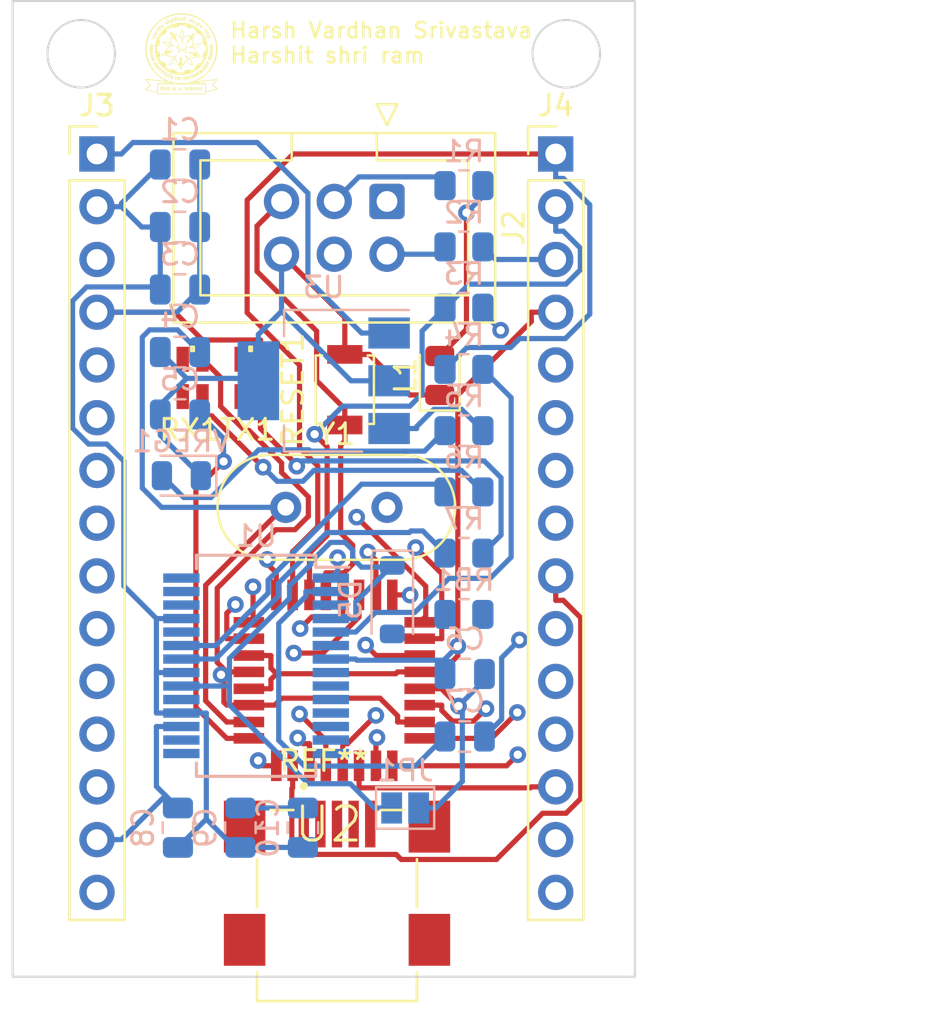
<source format=kicad_pcb>
(kicad_pcb (version 20221018) (generator pcbnew)
  (layers (0 "F.Cu" signal) (1 "In1.Cu" signal) (2 "In2.Cu" signal) (31 "B.Cu" signal) (34 "B.Paste" user) (35 "F.Paste" user) (36 "B.SilkS" user "B.Silkscreen") (37 "F.SilkS" user "F.Silkscreen") (38 "B.Mask" user) (39 "F.Mask" user) (44 "Edge.Cuts" user))
  (net 0 "")
  (net 1 "+5V")
  (net 2 "GND")
  (net 3 "Net-(U2-(PCINT6{slash}XTAL1{slash}TOSC1)_PB6)")
  (net 4 "Net-(U2-(PCINT7{slash}XTAL2{slash}TOSC2)_PB7)")
  (net 5 "/AERF")
  (net 6 "/RESET")
  (net 7 "Net-(U1-DTR)")
  (net 8 "+3V3")
  (net 9 "VUSB")
  (net 10 "VSUB")
  (net 11 "/D12{slash}MISO")
  (net 12 "/D13{slash}SCK")
  (net 13 "/D11{slash}MOSI")
  (net 14 "VIN")
  (net 15 "/A0")
  (net 16 "/A1")
  (net 17 "/A2")
  (net 18 "/A3")
  (net 19 "/A4")
  (net 20 "/A5")
  (net 21 "/A6")
  (net 22 "/A7")
  (net 23 "/D1{slash}TX")
  (net 24 "/D0{slash}RX")
  (net 25 "/D2")
  (net 26 "/D3")
  (net 27 "/D4")
  (net 28 "/D5")
  (net 29 "/D6")
  (net 30 "/D7")
  (net 31 "/D8")
  (net 32 "/D9")
  (net 33 "/D10")
  (net 34 "Net-(L1-A)")
  (net 35 "/RX")
  (net 36 "/TX")
  (net 37 "Net-(U3-OUT)")
  (net 38 "Net-(VREG1-A)")
  (net 39 "Net-(RX1-K)")
  (net 40 "Net-(U1-CBUS0)")
  (net 41 "Net-(TX1-K)")
  (net 42 "Net-(U1-CBUS1)")
  (net 53 "Net-(J5-D+)")
  (net 54 "Net-(J5-D-)")
  (footprint "Connector_PinHeader_2.54mm:PinHeader_1x15_P2.54mm_Vertical" (layer "F.Cu") (at 78.232 71.12)
    (fp_text reference "J3")
    (fp_text value "Conn_01x15")
  )
  (footprint "LED_SMD:LED_Kingbright_APHBM2012_2x1.25mm" (layer "F.Cu") (at 85.631 81.904 180)
    (fp_text reference "TX1")
    (fp_text value "LED")
  )
  (footprint "ATMEGA168-20AU:QFP80P900X900X120-32N" (layer "F.Cu") (at 89.662 96.4692)
    (fp_text reference "U2")
    (fp_text value "ATMEGA168-20AU")
  )
  (footprint "Button_Switch_SMD:SW_SPST_B3U-1000P" (layer "F.Cu") (at 90.17 82.472 90)
    (fp_text reference "RESET1")
    (fp_text value "SW_Push")
  )
  (footprint "Connector_PinHeader_2.54mm:PinHeader_1x15_P2.54mm_Vertical" (layer "F.Cu") (at 100.33 71.12)
    (fp_text reference "J4")
    (fp_text value "Conn_01x15")
  )
  (footprint "Crystal:Crystal_HC49-4H_Vertical" (layer "F.Cu") (at 87.322 88.138)
    (fp_text reference "Y1")
    (fp_text value "Crystal")
  )
  (footprint "logo:logo" (layer "F.Cu") (at 82.296 66.294)
    (fp_text reference "G***" hide)
    (fp_text value "LOGO" hide)
  )
  (footprint "USB-B:AMPHENOL_10033526-N3212LF" (layer "F.Cu") (at 89.794 106.066)
    (fp_text reference "REF**")
    (fp_text value "AMPHENOL_10033526-N3212LF")
  )
  (footprint "Connector_IDC:IDC-Header_2x03_P2.54mm_Vertical" (layer "F.Cu") (at 92.202 73.406 -90)
    (fp_text reference "J2")
    (fp_text value "AVR-ISP-6")
  )
  (footprint "LED_SMD:LED_Kingbright_APHBM2012_2x1.25mm" (layer "F.Cu") (at 82.837 81.904 180)
    (fp_text reference "RX1")
    (fp_text value "LED")
  )
  (footprint "LED_SMD:LED_0805_2012Metric" (layer "F.Cu") (at 94.742 81.788 90)
    (fp_text reference "L1")
    (fp_text value "L_AMBER")
  )
  (footprint "Capacitor_SMD:C_0805_2012Metric" (layer "B.Cu") (at 82.23 74.638 180)
    (fp_text reference "C2")
    (fp_text value "4.7uF")
  )
  (footprint "Capacitor_SMD:C_0805_2012Metric" (layer "B.Cu") (at 85.141 103.566 -90)
    (fp_text reference "C9")
    (fp_text value "4.7uF")
  )
  (footprint "Resistor_SMD:R_0805_2012Metric" (layer "B.Cu") (at 95.9085 78.544 180)
    (fp_text reference "R3")
    (fp_text value "1K")
  )
  (footprint "Resistor_SMD:R_0805_2012Metric" (layer "B.Cu") (at 95.9085 75.594 180)
    (fp_text reference "R2")
    (fp_text value "1K")
  )
  (footprint "Capacitor_SMD:C_0805_2012Metric" (layer "B.Cu") (at 82.131 103.566 -90)
    (fp_text reference "C8")
    (fp_text value "0.1uF")
  )
  (footprint "Capacitor_SMD:C_0805_2012Metric" (layer "B.Cu") (at 88.151 103.566 -90)
    (fp_text reference "C10")
    (fp_text value "0.1uF")
  )
  (footprint "Capacitor_SMD:C_0805_2012Metric" (layer "B.Cu") (at 95.946 99.174 180)
    (fp_text reference "C7")
    (fp_text value "0.1uF")
  )
  (footprint "Capacitor_SMD:C_0805_2012Metric" (layer "B.Cu") (at 95.946 96.164 180)
    (fp_text reference "C6")
    (fp_text value "0.1uF")
  )
  (footprint "Capacitor_SMD:C_0805_2012Metric" (layer "B.Cu") (at 82.23 77.648 180)
    (fp_text reference "C3")
    (fp_text value "4.7uF")
  )
  (footprint "Resistor_SMD:R_0805_2012Metric" (layer "B.Cu") (at 95.9085 84.444 180)
    (fp_text reference "R5")
    (fp_text value "680")
  )
  (footprint "Diode_SMD:D_SOD-123" (layer "B.Cu") (at 92.456 92.584 -90)
    (fp_text reference "D5")
    (fp_text value "MBR0520")
  )
  (footprint "Resistor_SMD:R_0805_2012Metric" (layer "B.Cu") (at 95.9085 72.644 180)
    (fp_text reference "R1")
    (fp_text value "680")
  )
  (footprint "Package_SO:SSOP-28_5.3x10.2mm_P0.65mm" (layer "B.Cu") (at 85.896 95.769 180)
    (fp_text reference "U1")
    (fp_text value "FT232RL")
  )
  (footprint "Resistor_SMD:R_0805_2012Metric" (layer "B.Cu") (at 95.9085 87.394 180)
    (fp_text reference "R6")
    (fp_text value "680")
  )
  (footprint "Resistor_SMD:R_0805_2012Metric" (layer "B.Cu") (at 95.9085 93.294 180)
    (fp_text reference "RB1")
    (fp_text value "1K")
  )
  (footprint "Capacitor_SMD:C_0805_2012Metric" (layer "B.Cu") (at 82.23 71.628 180)
    (fp_text reference "C1")
    (fp_text value "0.1u")
  )
  (footprint "Jumper:SolderJumper-2_P1.3mm_Open_Pad1.0x1.5mm" (layer "B.Cu") (at 93.076 102.616 180)
    (fp_text reference "JP1")
    (fp_text value "2XJP")
  )
  (footprint "Package_TO_SOT_SMD:SOT-223-3_TabPin2" (layer "B.Cu") (at 89.154 82.042 180)
    (fp_text reference "U3")
    (fp_text value "L7805")
  )
  (footprint "Resistor_SMD:R_0805_2012Metric" (layer "B.Cu") (at 95.9085 81.494 180)
    (fp_text reference "R4")
    (fp_text value "1K")
  )
  (footprint "Resistor_SMD:R_0805_2012Metric" (layer "B.Cu") (at 95.9085 90.344 180)
    (fp_text reference "R7")
    (fp_text value "680")
  )
  (footprint "Capacitor_SMD:C_0805_2012Metric" (layer "B.Cu") (at 82.23 80.658 180)
    (fp_text reference "C4")
    (fp_text value "15pF")
  )
  (footprint "Capacitor_SMD:C_0805_2012Metric" (layer "B.Cu") (at 82.23 83.668 180)
    (fp_text reference "C5")
    (fp_text value "15pF")
  )
  (footprint "LED_SMD:LED_0805_2012Metric" (layer "B.Cu") (at 82.296 86.614 180)
    (fp_text reference "VREG1")
    (fp_text value "BLUE")
  )
  (gr_rect (start 74.168 63.754) (end 104.14 110.744) (stroke (width 0.1)) (fill none) (layer "Edge.Cuts"))
  (gr_circle (center 77.47 66.294) (end 78.74 67.31) (stroke (width 0.1)) (fill none) (layer "Edge.Cuts"))
  (gr_circle (center 100.838 66.294) (end 102.108 67.31) (stroke (width 0.1)) (fill none) (layer "Edge.Cuts"))
  (gr_text "Harsh Vardhan Srivastava\nHarshit shri ram" (at 84.582 66.802) (layer "F.SilkS") (effects (font (size 0.746 0.746) (thickness 0.1246) bold) (justify left bottom)))
  (segment (start 84.3456 96.2009) (end 84.2074 96.2009) (width 0.25) (layer "F.Cu") (net 1))
  (segment (start 81.9749 78.74) (end 83.312 80.0771) (width 0.25) (layer "F.Cu") (net 1))
  (segment (start 86.8381 89.2149) (end 84.0223 92.0307) (width 0.25) (layer "F.Cu") (net 1))
  (segment (start 84.1866 81.8786) (end 84.1866 83.2738) (width 0.25) (layer "F.Cu") (net 1))
  (segment (start 86.7959 97.663) (end 85.5472 97.663) (width 0.25) (layer "F.Cu") (net 1))
  (segment (start 87.125 86.0015) (end 87.125 86.4571) (width 0.25) (layer "F.Cu") (net 1))
  (segment (start 84.1866 83.2738) (end 85.3432 84.4304) (width 0.25) (layer "F.Cu") (net 1))
  (segment (start 88.4138 87.6315) (end 88.4138 88.5692) (width 0.25) (layer "F.Cu") (net 1))
  (segment (start 85.5472 97.663) (end 84.4837 97.663) (width 0.25) (layer "F.Cu") (net 1))
  (segment (start 92.7133 98.4758) (end 92.7133 98.1771) (width 0.25) (layer "F.Cu") (net 1))
  (segment (start 84.3456 97.5249) (end 84.4837 97.663) (width 0.25) (layer "F.Cu") (net 1))
  (segment (start 85.5472 96.0628) (end 84.4837 96.0628) (width 0.25) (layer "F.Cu") (net 1))
  (segment (start 87.125 86.4571) (end 87.5509 86.883) (width 0.25) (layer "F.Cu") (net 1))
  (segment (start 93.7768 98.4758) (end 92.7133 98.4758) (width 0.25) (layer "F.Cu") (net 1))
  (segment (start 83.312 81.004) (end 84.1866 81.8786) (width 0.25) (layer "F.Cu") (net 1))
  (segment (start 84.4837 96.0628) (end 84.3456 96.2009) (width 0.25) (layer "F.Cu") (net 1))
  (segment (start 86.106 80.0771) (end 83.312 80.0771) (width 0.25) (layer "F.Cu") (net 1))
  (segment (start 84.0223 92.0307) (end 84.0223 95.6014) (width 0.25) (layer "F.Cu") (net 1))
  (segment (start 85.5539 84.4304) (end 87.125 86.0015) (width 0.25) (layer "F.Cu") (net 1))
  (segment (start 87.5509 86.883) (end 87.6653 86.883) (width 0.25) (layer "F.Cu") (net 1))
  (segment (start 92.7133 98.1771) (end 91.8644 97.3282) (width 0.25) (layer "F.Cu") (net 1))
  (segment (start 87.6653 86.883) (end 88.4138 87.6315) (width 0.25) (layer "F.Cu") (net 1))
  (segment (start 86.106 81.004) (end 86.106 80.0771) (width 0.25) (layer "F.Cu") (net 1))
  (segment (start 83.312 81.004) (end 83.312 80.0771) (width 0.25) (layer "F.Cu") (net 1))
  (segment (start 84.3456 96.2009) (end 84.3456 97.5249) (width 0.25) (layer "F.Cu") (net 1))
  (segment (start 85.3432 84.4304) (end 85.5539 84.4304) (width 0.25) (layer "F.Cu") (net 1))
  (segment (start 91.8644 97.3282) (end 87.1307 97.3282) (width 0.25) (layer "F.Cu") (net 1))
  (segment (start 88.4138 88.5692) (end 87.7681 89.2149) (width 0.25) (layer "F.Cu") (net 1))
  (segment (start 87.1307 97.3282) (end 86.7959 97.663) (width 0.25) (layer "F.Cu") (net 1))
  (segment (start 87.7681 89.2149) (end 86.8381 89.2149) (width 0.25) (layer "F.Cu") (net 1))
  (segment (start 78.232 78.74) (end 81.9749 78.74) (width 0.25) (layer "F.Cu") (net 1))
  (segment (start 84.0223 95.6014) (end 84.4837 96.0628) (width 0.25) (layer "F.Cu") (net 1))
  (via (at 84.2074 96.2009) (size 0.8) (drill 0.4) (layers "F.Cu" "B.Cu") (net 1))
  (segment (start 94.644 75.946) (end 94.996 75.594) (width 0.25) (layer "B.Cu") (net 1))
  (segment (start 88.5321 90.7769) (end 89.484 89.825) (width 0.25) (layer "B.Cu") (net 1))
  (segment (start 82.296 96.744) (end 83.4979 96.744) (width 0.25) (layer "B.Cu") (net 1))
  (segment (start 87.5063 91.9158) (end 88.5321 90.89) (width 0.25) (layer "B.Cu") (net 1))
  (segment (start 84.6124 96.2009) (end 84.2074 96.2009) (width 0.25) (layer "B.Cu") (net 1))
  (segment (start 92.456 90.934) (end 90.6979 92.6921) (width 0.25) (layer "B.Cu") (net 1))
  (segment (start 84.6124 95.4141) (end 87.5063 92.5202) (width 0.25) (layer "B.Cu") (net 1))
  (segment (start 89.496 93.494) (end 90.6979 93.494) (width 0.25) (layer "B.Cu") (net 1))
  (segment (start 90.4313 101.4482) (end 91.5991 102.616) (width 0.25) (layer "B.Cu") (net 1))
  (segment (start 88.5321 90.89) (end 88.5321 90.7769) (width 0.25) (layer "B.Cu") (net 1))
  (segment (start 83.18 74.638) (end 83.18 77.648) (width 0.25) (layer "B.Cu") (net 1))
  (segment (start 83.18 71.628) (end 83.18 74.638) (width 0.25) (layer "B.Cu") (net 1))
  (segment (start 90.6979 92.6921) (end 90.6979 93.494) (width 0.25) (layer "B.Cu") (net 1))
  (segment (start 90.9756 91.0175) (end 92.3725 91.0175) (width 0.25) (layer "B.Cu") (net 1))
  (segment (start 90.5497 90.1949) (end 90.5497 90.5916) (width 0.25) (layer "B.Cu") (net 1))
  (segment (start 88.4085 101.4482) (end 90.4313 101.4482) (width 0.25) (layer "B.Cu") (net 1))
  (segment (start 82.088 78.74) (end 83.18 77.648) (width 0.25) (layer "B.Cu") (net 1))
  (segment (start 90.1798 89.825) (end 90.5497 90.1949) (width 0.25) (layer "B.Cu") (net 1))
  (segment (start 89.484 89.825) (end 90.1798 89.825) (width 0.25) (layer "B.Cu") (net 1))
  (segment (start 84.6124 96.2009) (end 84.6124 95.4141) (width 0.25) (layer "B.Cu") (net 1))
  (segment (start 84.6124 96.744) (end 84.6124 97.6521) (width 0.25) (layer "B.Cu") (net 1))
  (segment (start 90.5497 90.5916) (end 90.9756 91.0175) (width 0.25) (layer "B.Cu") (net 1))
  (segment (start 84.6124 97.6521) (end 88.4085 101.4482) (width 0.25) (layer "B.Cu") (net 1))
  (segment (start 87.5063 92.5202) (end 87.5063 91.9158) (width 0.25) (layer "B.Cu") (net 1))
  (segment (start 84.6124 96.744) (end 84.6124 96.2009) (width 0.25) (layer "B.Cu") (net 1))
  (segment (start 78.232 78.74) (end 82.088 78.74) (width 0.25) (layer "B.Cu") (net 1))
  (segment (start 92.426 102.616) (end 91.5991 102.616) (width 0.25) (layer "B.Cu") (net 1))
  (segment (start 92.202 75.946) (end 94.644 75.946) (width 0.25) (layer "B.Cu") (net 1))
  (segment (start 92.3725 91.0175) (end 92.456 90.934) (width 0.25) (layer "B.Cu") (net 1))
  (segment (start 84.6124 96.744) (end 83.4979 96.744) (width 0.25) (layer "B.Cu") (net 1))
  (segment (start 85.5472 96.8756) (end 86.6107 96.8756) (width 0.25) (layer "F.Cu") (net 2))
  (segment (start 92.6239 96.1522) (end 92.7133 96.0628) (width 0.25) (layer "F.Cu") (net 2))
  (segment (start 95.6138 82.7255) (end 99.1531 79.1862) (width 0.25) (layer "F.Cu") (net 2))
  (segment (start 86.6107 95.2754) (end 86.6107 95.8827) (width 0.25) (layer "F.Cu") (net 2))
  (segment (start 91.3469 80.772) (end 93.3004 82.7255) (width 0.25) (layer "F.Cu") (net 2))
  (segment (start 90.17 80.772) (end 91.3469 80.772) (width 0.25) (layer "F.Cu") (net 2))
  (segment (start 93.3004 82.7255) (end 94.742 82.7255) (width 0.25) (layer "F.Cu") (net 2))
  (segment (start 100.33 78.74) (end 99.1531 78.74) (width 0.25) (layer "F.Cu") (net 2))
  (segment (start 86.8802 96.1522) (end 92.6239 96.1522) (width 0.25) (layer "F.Cu") (net 2))
  (segment (start 99.1531 79.1862) (end 99.1531 78.74) (width 0.25) (layer "F.Cu") (net 2))
  (segment (start 90.17 78.994) (end 90.17 80.772) (width 0.25) (layer "F.Cu") (net 2))
  (segment (start 85.5472 95.2754) (end 86.6107 95.2754) (width 0.25) (layer "F.Cu") (net 2))
  (segment (start 93.7768 96.0628) (end 92.7133 96.0628) (width 0.25) (layer "F.Cu") (net 2))
  (segment (start 94.742 82.7255) (end 95.6138 82.7255) (width 0.25) (layer "F.Cu") (net 2))
  (segment (start 87.122 75.946) (end 90.17 78.994) (width 0.25) (layer "F.Cu") (net 2))
  (segment (start 95.6138 95.2893) (end 95.6138 94.8219) (width 0.25) (layer "F.Cu") (net 2))
  (segment (start 95.6138 94.8219) (end 95.6138 82.7255) (width 0.25) (layer "F.Cu") (net 2))
  (segment (start 93.7768 96.0628) (end 94.8403 96.0628) (width 0.25) (layer "F.Cu") (net 2))
  (segment (start 86.8802 96.1522) (end 86.6107 96.4217) (width 0.25) (layer "F.Cu") (net 2))
  (segment (start 86.6107 95.8827) (end 86.8802 96.1522) (width 0.25) (layer "F.Cu") (net 2))
  (segment (start 86.6107 96.4217) (end 86.6107 96.8756) (width 0.25) (layer "F.Cu") (net 2))
  (segment (start 94.8403 96.0628) (end 95.6138 95.2893) (width 0.25) (layer "F.Cu") (net 2))
  (via (at 95.6138 94.8219) (size 0.8) (drill 0.4) (layers "F.Cu" "B.Cu") (net 2))
  (segment (start 83.2335 86.614) (end 81.28 84.6605) (width 0.25) (layer "B.Cu") (net 2))
  (segment (start 81.28 84.6605) (end 81.28 83.668) (width 0.25) (layer "B.Cu") (net 2))
  (segment (start 77.0551 84.3221) (end 77.823 85.09) (width 0.25) (layer "B.Cu") (net 2))
  (segment (start 81.0941 98.044) (end 81.0941 96.094) (width 0.25) (layer "B.Cu") (net 2))
  (segment (start 81.28 74.638) (end 81.28 77.5235) (width 0.25) (layer "B.Cu") (net 2))
  (segment (start 90.6979 95.444) (end 90.7524 95.4985) (width 0.25) (layer "B.Cu") (net 2))
  (segment (start 86.004 82.042) (end 86.004 81.927) (width 0.25) (layer "B.Cu") (net 2))
  (segment (start 89.496 95.444) (end 90.6979 95.444) (width 0.25) (layer "B.Cu") (net 2))
  (segment (start 85.141 104.516) (end 84.8648 104.516) (width 0.25) (layer "B.Cu") (net 2))
  (segment (start 81.6951 98.044) (end 81.0941 98.044) (width 0.25) (layer "B.Cu") (net 2))
  (segment (start 78.232 73.66) (end 79.4089 73.66) (width 0.25) (layer "B.Cu") (net 2))
  (segment (start 81.0941 96.094) (end 81.0941 93.494) (width 0.25) (layer "B.Cu") (net 2))
  (segment (start 82.296 96.094) (end 81.0941 96.094) (width 0.25) (layer "B.Cu") (net 2))
  (segment (start 81.28 83.196) (end 82.549 81.927) (width 0.25) (layer "B.Cu") (net 2))
  (segment (start 79.4089 73.4991) (end 79.4089 73.66) (width 0.25) (layer "B.Cu") (net 2))
  (segment (start 81.28 77.5235) (end 77.7289 77.5235) (width 0.25) (layer "B.Cu") (net 2))
  (segment (start 77.0551 78.1973) (end 77.0551 84.3221) (width 0.25) (layer "B.Cu") (net 2))
  (segment (start 81.6951 98.044) (end 82.296 98.044) (width 0.25) (layer "B.Cu") (net 2))
  (segment (start 94.996 95.4985) (end 94.996 96.164) (width 0.25) (layer "B.Cu") (net 2))
  (segment (start 82.296 93.494) (end 81.0941 93.494) (width 0.25) (layer "B.Cu") (net 2))
  (segment (start 87.122 78.6971) (end 90.4669 82.042) (width 0.25) (layer "B.Cu") (net 2))
  (segment (start 83.4979 103.1491) (end 82.131 104.516) (width 0.25) (layer "B.Cu") (net 2))
  (segment (start 79.5254 85.9124) (end 79.5254 91.9253) (width 0.25) (layer "B.Cu") (net 2))
  (segment (start 88.151 104.516) (end 85.141 104.516) (width 0.25) (layer "B.Cu") (net 2))
  (segment (start 87.122 75.946) (end 87.122 78.6971) (width 0.25) (layer "B.Cu") (net 2))
  (segment (start 83.4979 98.044) (end 83.4979 103.1491) (width 0.25) (layer "B.Cu") (net 2))
  (segment (start 77.823 85.09) (end 78.703 85.09) (width 0.25) (layer "B.Cu") (net 2))
  (segment (start 78.703 85.09) (end 79.5254 85.9124) (width 0.25) (layer "B.Cu") (net 2))
  (segment (start 87.122 78.6971) (end 86.004 79.8151) (width 0.25) (layer "B.Cu") (net 2))
  (segment (start 94.996 95.4397) (end 94.996 95.4985) (width 0.25) (layer "B.Cu") (net 2))
  (segment (start 90.4669 82.042) (end 92.304 82.042) (width 0.25) (layer "B.Cu") (net 2))
  (segment (start 84.8648 104.516) (end 83.4979 103.1491) (width 0.25) (layer "B.Cu") (net 2))
  (segment (start 80.3869 74.638) (end 81.28 74.638) (width 0.25) (layer "B.Cu") (net 2))
  (segment (start 86.004 81.927) (end 82.549 81.927) (width 0.25) (layer "B.Cu") (net 2))
  (segment (start 95.6138 94.8219) (end 94.996 95.4397) (width 0.25) (layer "B.Cu") (net 2))
  (segment (start 82.296 98.044) (end 83.4979 98.044) (width 0.25) (layer "B.Cu") (net 2))
  (segment (start 81.28 71.628) (end 79.4089 73.4991) (width 0.25) (layer "B.Cu") (net 2))
  (segment (start 81.28 77.5235) (end 81.28 77.648) (width 0.25) (layer "B.Cu") (net 2))
  (segment (start 90.7524 95.4985) (end 94.996 95.4985) (width 0.25) (layer "B.Cu") (net 2))
  (segment (start 77.7289 77.5235) (end 77.0551 78.1973) (width 0.25) (layer "B.Cu") (net 2))
  (segment (start 82.549 81.927) (end 81.28 80.658) (width 0.25) (layer "B.Cu") (net 2))
  (segment (start 86.004 81.927) (end 86.004 79.8151) (width 0.25) (layer "B.Cu") (net 2))
  (segment (start 79.4089 73.66) (end 80.3869 74.638) (width 0.25) (layer "B.Cu") (net 2))
  (segment (start 81.28 83.668) (end 81.28 83.196) (width 0.25) (layer "B.Cu") (net 2))
  (segment (start 79.5254 91.9253) (end 81.0941 93.494) (width 0.25) (layer "B.Cu") (net 2))
  (segment (start 84.4837 98.4758) (end 83.4658 97.4579) (width 0.25) (layer "F.Cu") (net 3))
  (segment (start 83.4658 91.8873) (end 87.2151 88.138) (width 0.25) (layer "F.Cu") (net 3))
  (segment (start 85.5472 98.4758) (end 84.4837 98.4758) (width 0.25) (layer "F.Cu") (net 3))
  (segment (start 83.4658 97.4579) (end 83.4658 91.8873) (width 0.25) (layer "F.Cu") (net 3))
  (segment (start 87.2151 88.138) (end 87.322 88.138) (width 0.25) (layer "F.Cu") (net 3))
  (segment (start 83.18 80.658) (end 82.1123 79.5903) (width 0.25) (layer "B.Cu") (net 3))
  (segment (start 80.4124 79.9415) (end 80.4124 87.2075) (width 0.25) (layer "B.Cu") (net 3))
  (segment (start 80.7636 79.5903) (end 80.4124 79.9415) (width 0.25) (layer "B.Cu") (net 3))
  (segment (start 81.3429 88.138) (end 87.322 88.138) (width 0.25) (layer "B.Cu") (net 3))
  (segment (start 80.4124 87.2075) (end 81.3429 88.138) (width 0.25) (layer "B.Cu") (net 3))
  (segment (start 82.1123 79.5903) (end 80.7636 79.5903) (width 0.25) (layer "B.Cu") (net 3))
  (segment (start 82.9976 97.7771) (end 84.4837 99.2632) (width 0.25) (layer "F.Cu") (net 4))
  (segment (start 85.5472 99.2632) (end 84.4837 99.2632) (width 0.25) (layer "F.Cu") (net 4))
  (segment (start 84.33 85.9274) (end 82.9976 87.2598) (width 0.25) (layer "F.Cu") (net 4))
  (segment (start 82.9976 87.2598) (end 82.9976 97.7771) (width 0.25) (layer "F.Cu") (net 4))
  (via (at 84.33 85.9274) (size 0.8) (drill 0.4) (layers "F.Cu" "B.Cu") (net 4))
  (segment (start 83.18 83.668) (end 84.33 84.818) (width 0.25) (layer "B.Cu") (net 4))
  (segment (start 84.33 84.818) (end 84.33 85.9274) (width 0.25) (layer "B.Cu") (net 4))
  (segment (start 94.8403 96.8756) (end 94.8403 96.8952) (width 0.25) (layer "F.Cu") (net 5))
  (segment (start 94.8403 96.8952) (end 95.6493 97.7042) (width 0.25) (layer "F.Cu") (net 5))
  (segment (start 93.7768 96.8756) (end 94.8403 96.8756) (width 0.25) (layer "F.Cu") (net 5))
  (via (at 95.6493 97.7042) (size 0.8) (drill 0.4) (layers "F.Cu" "B.Cu") (net 5))
  (segment (start 93.726 102.616) (end 94.5529 102.616) (width 0.25) (layer "B.Cu") (net 5))
  (segment (start 94.5529 102.616) (end 95.832 101.3369) (width 0.25) (layer "B.Cu") (net 5))
  (segment (start 95.832 101.3369) (end 95.832 97.8869) (width 0.25) (layer "B.Cu") (net 5))
  (segment (start 96.896 96.4575) (end 95.6493 97.7042) (width 0.25) (layer "B.Cu") (net 5))
  (segment (start 95.832 97.8869) (end 95.6493 97.7042) (width 0.25) (layer "B.Cu") (net 5))
  (segment (start 96.896 96.164) (end 96.896 96.4575) (width 0.25) (layer "B.Cu") (net 5))
  (segment (start 89.9697 89.377) (end 90.5497 89.957) (width 0.25) (layer "F.Cu") (net 6))
  (segment (start 90.17 84.9489) (end 89.9697 85.1492) (width 0.25) (layer "F.Cu") (net 6))
  (segment (start 90.17 84.172) (end 90.17 83.3951) (width 0.25) (layer "F.Cu") (net 6))
  (segment (start 90.1332 91.2909) (end 89.2556 91.2909) (width 0.25) (layer "F.Cu") (net 6))
  (segment (start 85.9411 74.5869) (end 85.9411 76.7771) (width 0.25) (layer "F.Cu") (net 6))
  (segment (start 89.2556 92.3544) (end 89.2556 91.2909) (width 0.25) (layer "F.Cu") (net 6))
  (segment (start 88.8123 82.0374) (end 90.17 83.3951) (width 0.25) (layer "F.Cu") (net 6))
  (segment (start 90.5497 90.8744) (end 90.1332 91.2909) (width 0.25) (layer "F.Cu") (net 6))
  (segment (start 87.122 73.406) (end 85.9411 74.5869) (width 0.25) (layer "F.Cu") (net 6))
  (segment (start 90.17 84.172) (end 90.17 84.9489) (width 0.25) (layer "F.Cu") (net 6))
  (segment (start 89.9697 85.1492) (end 89.9697 89.377) (width 0.25) (layer "F.Cu") (net 6))
  (segment (start 90.5497 89.957) (end 90.5497 90.8744) (width 0.25) (layer "F.Cu") (net 6))
  (segment (start 85.9411 76.7771) (end 88.8123 79.6483) (width 0.25) (layer "F.Cu") (net 6))
  (segment (start 88.8123 79.6483) (end 88.8123 82.0374) (width 0.25) (layer "F.Cu") (net 6))
  (via (at 98.5819 94.5237) (size 0.8) (drill 0.4) (layers "F.Cu" "B.Cu") (net 6))
  (segment (start 97.427 76.2) (end 96.821 75.594) (width 0.25) (layer "B.Cu") (net 6))
  (segment (start 98.5819 94.5237) (end 97.7247 95.3809) (width 0.25) (layer "B.Cu") (net 6))
  (segment (start 97.7247 95.3809) (end 97.7247 98.3453) (width 0.25) (layer "B.Cu") (net 6))
  (segment (start 100.33 76.2) (end 97.427 76.2) (width 0.25) (layer "B.Cu") (net 6))
  (segment (start 97.7247 98.3453) (end 96.896 99.174) (width 0.25) (layer "B.Cu") (net 6))
  (segment (start 88.2941 92.194) (end 88.2941 92.4199) (width 0.25) (layer "B.Cu") (net 7))
  (segment (start 88.2239 100.5975) (end 93.5725 100.5975) (width 0.25) (layer "B.Cu") (net 7))
  (segment (start 88.2941 92.4199) (end 86.9856 93.7284) (width 0.25) (layer "B.Cu") (net 7))
  (segment (start 93.5725 100.5975) (end 94.996 99.174) (width 0.25) (layer "B.Cu") (net 7))
  (segment (start 86.9856 99.3592) (end 88.2239 100.5975) (width 0.25) (layer "B.Cu") (net 7))
  (segment (start 86.9856 93.7284) (end 86.9856 99.3592) (width 0.25) (layer "B.Cu") (net 7))
  (segment (start 89.496 92.194) (end 88.2941 92.194) (width 0.25) (layer "B.Cu") (net 7))
  (segment (start 79.4089 104.14) (end 81.532 102.0169) (width 0.25) (layer "B.Cu") (net 8))
  (segment (start 81.0941 98.694) (end 81.0941 101.5791) (width 0.25) (layer "B.Cu") (net 8))
  (segment (start 81.0941 101.5791) (end 81.532 102.0169) (width 0.25) (layer "B.Cu") (net 8))
  (segment (start 82.296 98.694) (end 81.0941 98.694) (width 0.25) (layer "B.Cu") (net 8))
  (segment (start 81.532 102.0169) (end 82.131 102.616) (width 0.25) (layer "B.Cu") (net 8))
  (segment (start 78.232 104.14) (end 79.4089 104.14) (width 0.25) (layer "B.Cu") (net 8))
  (segment (start 88.151 102.616) (end 85.141 102.616) (width 0.25) (layer "B.Cu") (net 9))
  (segment (start 92.456 100.584) (end 97.9664 100.584) (width 0.25) (layer "F.Cu") (net 11))
  (segment (start 97.9664 100.584) (end 98.4998 100.0506) (width 0.25) (layer "F.Cu") (net 11))
  (via (at 98.4998 100.0506) (size 0.8) (drill 0.4) (layers "F.Cu" "B.Cu") (net 11))
  (segment (start 98.4786 98.0181) (end 97.2335 99.2632) (width 0.25) (layer "F.Cu") (net 12))
  (segment (start 97.2335 99.2632) (end 93.7768 99.2632) (width 0.25) (layer "F.Cu") (net 12))
  (via (at 98.4786 98.0181) (size 0.8) (drill 0.4) (layers "F.Cu" "B.Cu") (net 12))
  (segment (start 90.8445 72.2235) (end 94.5755 72.2235) (width 0.25) (layer "B.Cu") (net 12))
  (segment (start 94.5755 72.2235) (end 94.996 72.644) (width 0.25) (layer "B.Cu") (net 12))
  (segment (start 89.662 73.406) (end 90.8445 72.2235) (width 0.25) (layer "B.Cu") (net 12))
  (segment (start 91.6686 99.2726) (end 91.7193 99.2219) (width 0.25) (layer "F.Cu") (net 13))
  (segment (start 91.6686 99.5205) (end 91.6686 99.2726) (width 0.25) (layer "F.Cu") (net 13))
  (segment (start 91.6686 100.584) (end 91.6686 99.5205) (width 0.25) (layer "F.Cu") (net 13))
  (via (at 91.7193 99.2219) (size 0.8) (drill 0.4) (layers "F.Cu" "B.Cu") (net 13))
  (segment (start 92.304 79.742) (end 90.9771 79.742) (width 0.25) (layer "B.Cu") (net 14))
  (segment (start 78.232 71.12) (end 79.4089 71.12) (width 0.25) (layer "B.Cu") (net 14))
  (segment (start 88.392 73.0068) (end 85.9523 70.5671) (width 0.25) (layer "B.Cu") (net 14))
  (segment (start 85.9523 70.5671) (end 79.9618 70.5671) (width 0.25) (layer "B.Cu") (net 14))
  (segment (start 79.9618 70.5671) (end 79.4089 71.12) (width 0.25) (layer "B.Cu") (net 14))
  (segment (start 88.392 77.1569) (end 88.392 73.0068) (width 0.25) (layer "B.Cu") (net 14))
  (segment (start 90.9771 79.742) (end 88.392 77.1569) (width 0.25) (layer "B.Cu") (net 14))
  (segment (start 94.8403 94.4626) (end 94.8403 91.3356) (width 0.25) (layer "F.Cu") (net 15))
  (segment (start 93.7768 94.4626) (end 94.8403 94.4626) (width 0.25) (layer "F.Cu") (net 15))
  (segment (start 94.8403 91.3356) (end 93.5809 90.0762) (width 0.25) (layer "F.Cu") (net 15))
  (via (at 93.5809 90.0762) (size 0.8) (drill 0.4) (layers "F.Cu" "B.Cu") (net 15))
  (segment (start 94.0679 91.9359) (end 90.7418 88.6098) (width 0.25) (layer "F.Cu") (net 16))
  (segment (start 93.7768 93.6752) (end 94.0679 93.3841) (width 0.25) (layer "F.Cu") (net 16))
  (segment (start 94.0679 93.3841) (end 94.0679 91.9359) (width 0.25) (layer "F.Cu") (net 16))
  (via (at 90.7418 88.6098) (size 0.8) (drill 0.4) (layers "F.Cu" "B.Cu") (net 16))
  (segment (start 92.456 92.3544) (end 93.3055 92.3544) (width 0.25) (layer "F.Cu") (net 17))
  (segment (start 93.3055 92.3544) (end 93.3133 92.3622) (width 0.25) (layer "F.Cu") (net 17))
  (via (at 93.3133 92.3622) (size 0.8) (drill 0.4) (layers "F.Cu" "B.Cu") (net 17))
  (segment (start 91.6686 92.3544) (end 91.6686 90.6826) (width 0.25) (layer "F.Cu") (net 18))
  (segment (start 91.6686 90.6826) (end 91.2766 90.2906) (width 0.25) (layer "F.Cu") (net 18))
  (via (at 91.2766 90.2906) (size 0.8) (drill 0.4) (layers "F.Cu" "B.Cu") (net 18))
  (segment (start 90.8558 92.3544) (end 90.8558 93.4179) (width 0.25) (layer "F.Cu") (net 19))
  (segment (start 90.8558 93.4179) (end 89.1179 95.1558) (width 0.25) (layer "F.Cu") (net 19))
  (segment (start 89.1179 95.1558) (end 87.7125 95.1558) (width 0.25) (layer "F.Cu") (net 19))
  (via (at 87.7125 95.1558) (size 0.8) (drill 0.4) (layers "F.Cu" "B.Cu") (net 19))
  (segment (start 90.0684 92.3544) (end 90.0684 93.4179) (width 0.25) (layer "F.Cu") (net 20))
  (segment (start 88.5761 93.4179) (end 88.0185 93.9755) (width 0.25) (layer "F.Cu") (net 20))
  (segment (start 90.0684 93.4179) (end 88.5761 93.4179) (width 0.25) (layer "F.Cu") (net 20))
  (via (at 88.0185 93.9755) (size 0.8) (drill 0.4) (layers "F.Cu" "B.Cu") (net 20))
  (segment (start 95.3483 98.4311) (end 96.3725 98.4311) (width 0.25) (layer "F.Cu") (net 21))
  (segment (start 94.8403 97.9231) (end 95.3483 98.4311) (width 0.25) (layer "F.Cu") (net 21))
  (segment (start 96.3725 98.4311) (end 96.9695 97.8341) (width 0.25) (layer "F.Cu") (net 21))
  (segment (start 93.7768 97.663) (end 94.8403 97.663) (width 0.25) (layer "F.Cu") (net 21))
  (segment (start 94.8403 97.663) (end 94.8403 97.9231) (width 0.25) (layer "F.Cu") (net 21))
  (via (at 96.9695 97.8341) (size 0.8) (drill 0.4) (layers "F.Cu" "B.Cu") (net 21))
  (segment (start 91.678 95.2754) (end 91.1726 94.77) (width 0.25) (layer "F.Cu") (net 22))
  (segment (start 93.7768 95.2754) (end 91.678 95.2754) (width 0.25) (layer "F.Cu") (net 22))
  (via (at 91.1726 94.77) (size 0.8) (drill 0.4) (layers "F.Cu" "B.Cu") (net 22))
  (segment (start 87.6837 71.12) (end 85.4638 73.3399) (width 0.25) (layer "F.Cu") (net 23))
  (segment (start 100.33 71.12) (end 87.6837 71.12) (width 0.25) (layer "F.Cu") (net 23))
  (segment (start 85.4638 78.7624) (end 87.9881 81.2867) (width 0.25) (layer "F.Cu") (net 23))
  (segment (start 87.6554 90.2747) (end 87.6554 92.3544) (width 0.25) (layer "F.Cu") (net 23))
  (segment (start 85.4638 73.3399) (end 85.4638 78.7624) (width 0.25) (layer "F.Cu") (net 23))
  (segment (start 87.9881 81.2867) (end 87.9881 85.2643) (width 0.25) (layer "F.Cu") (net 23))
  (segment (start 87.9881 85.2643) (end 88.8657 86.1419) (width 0.25) (layer "F.Cu") (net 23))
  (segment (start 88.8657 86.1419) (end 88.8657 89.0644) (width 0.25) (layer "F.Cu") (net 23))
  (segment (start 88.8657 89.0644) (end 87.6554 90.2747) (width 0.25) (layer "F.Cu") (net 23))
  (segment (start 100.33 71.12) (end 100.33 72.2969) (width 0.25) (layer "B.Cu") (net 23))
  (segment (start 101.9696 73.5687) (end 100.6978 72.2969) (width 0.25) (layer "B.Cu") (net 23))
  (segment (start 98.1606 80.4396) (end 98.5902 80.01) (width 0.25) (layer "B.Cu") (net 23))
  (segment (start 98.5902 80.01) (end 100.7913 80.01) (width 0.25) (layer "B.Cu") (net 23))
  (segment (start 94.996 81.494) (end 96.0504 80.4396) (width 0.25) (layer "B.Cu") (net 23))
  (segment (start 100.7913 80.01) (end 101.9696 78.8317) (width 0.25) (layer "B.Cu") (net 23))
  (segment (start 100.6978 72.2969) (end 100.33 72.2969) (width 0.25) (layer "B.Cu") (net 23))
  (segment (start 101.9696 78.8317) (end 101.9696 73.5687) (width 0.25) (layer "B.Cu") (net 23))
  (segment (start 96.0504 80.4396) (end 98.1606 80.4396) (width 0.25) (layer "B.Cu") (net 23))
  (segment (start 88.4682 92.3544) (end 88.4682 91.2909) (width 0.25) (layer "F.Cu") (net 24))
  (segment (start 88.4682 91.2909) (end 88.4682 90.3444) (width 0.25) (layer "F.Cu") (net 24))
  (segment (start 89.3176 89.495) (end 89.3176 85.2188) (width 0.25) (layer "F.Cu") (net 24))
  (segment (start 88.4682 90.3444) (end 89.3176 89.495) (width 0.25) (layer "F.Cu") (net 24))
  (segment (start 89.3176 85.2188) (end 88.7163 84.6175) (width 0.25) (layer "F.Cu") (net 24))
  (via (at 88.7163 84.6175) (size 0.8) (drill 0.4) (layers "F.Cu" "B.Cu") (net 24))
  (segment (start 93.3014 83.2651) (end 90.0687 83.2651) (width 0.25) (layer "B.Cu") (net 24))
  (segment (start 101.5157 75.6568) (end 101.5157 76.6948) (width 0.25) (layer "B.Cu") (net 24))
  (segment (start 100.6958 74.8369) (end 101.5157 75.6568) (width 0.25) (layer "B.Cu") (net 24))
  (segment (start 93.8932 79.6468) (end 93.8932 82.6733) (width 0.25) (layer "B.Cu") (net 24))
  (segment (start 93.8932 82.6733) (end 93.3014 83.2651) (width 0.25) (layer "B.Cu") (net 24))
  (segment (start 101.5157 76.6948) (end 100.8234 77.3871) (width 0.25) (layer "B.Cu") (net 24))
  (segment (start 100.33 73.66) (end 100.33 74.8369) (width 0.25) (layer "B.Cu") (net 24))
  (segment (start 94.996 78.544) (end 93.8932 79.6468) (width 0.25) (layer "B.Cu") (net 24))
  (segment (start 100.33 74.8369) (end 100.6958 74.8369) (width 0.25) (layer "B.Cu") (net 24))
  (segment (start 90.0687 83.2651) (end 88.7163 84.6175) (width 0.25) (layer "B.Cu") (net 24))
  (segment (start 96.1529 77.3871) (end 94.996 78.544) (width 0.25) (layer "B.Cu") (net 24))
  (segment (start 100.8234 77.3871) (end 96.1529 77.3871) (width 0.25) (layer "B.Cu") (net 24))
  (segment (start 86.4388 90.8617) (end 86.4388 90.6462) (width 0.25) (layer "F.Cu") (net 25))
  (segment (start 86.868 91.2909) (end 86.4388 90.8617) (width 0.25) (layer "F.Cu") (net 25))
  (segment (start 86.868 92.3544) (end 86.868 91.2909) (width 0.25) (layer "F.Cu") (net 25))
  (via (at 86.4388 90.6462) (size 0.8) (drill 0.4) (layers "F.Cu" "B.Cu") (net 25))
  (segment (start 85.5472 93.6752) (end 85.748 93.4744) (width 0.25) (layer "F.Cu") (net 26))
  (segment (start 85.748 93.4744) (end 85.748 91.9619) (width 0.25) (layer "F.Cu") (net 26))
  (via (at 85.748 91.9619) (size 0.8) (drill 0.4) (layers "F.Cu" "B.Cu") (net 26))
  (segment (start 85.5472 94.4626) (end 84.4837 94.4626) (width 0.25) (layer "F.Cu") (net 27))
  (segment (start 84.4837 93.2342) (end 84.9 92.8179) (width 0.25) (layer "F.Cu") (net 27))
  (segment (start 84.4837 94.4626) (end 84.4837 93.2342) (width 0.25) (layer "F.Cu") (net 27))
  (via (at 84.9 92.8179) (size 0.8) (drill 0.4) (layers "F.Cu" "B.Cu") (net 27))
  (segment (start 86.868 100.584) (end 86.2471 100.584) (width 0.25) (layer "F.Cu") (net 28))
  (segment (start 86.2471 100.584) (end 85.9951 100.332) (width 0.25) (layer "F.Cu") (net 28))
  (via (at 85.9951 100.332) (size 0.8) (drill 0.4) (layers "F.Cu" "B.Cu") (net 28))
  (segment (start 87.6554 101.6475) (end 87.6171 101.6858) (width 0.25) (layer "F.Cu") (net 29))
  (segment (start 92.8863 105.0963) (end 97.4735 105.0963) (width 0.25) (layer "F.Cu") (net 29))
  (segment (start 87.6171 104.7081) (end 87.7619 104.8529) (width 0.25) (layer "F.Cu") (net 29))
  (segment (start 87.7619 104.8529) (end 92.6429 104.8529) (width 0.25) (layer "F.Cu") (net 29))
  (segment (start 97.4735 105.0963) (end 99.6998 102.87) (width 0.25) (layer "F.Cu") (net 29))
  (segment (start 92.6429 104.8529) (end 92.8863 105.0963) (width 0.25) (layer "F.Cu") (net 29))
  (segment (start 99.6998 102.87) (end 100.8283 102.87) (width 0.25) (layer "F.Cu") (net 29))
  (segment (start 100.6958 92.6169) (end 100.33 92.6169) (width 0.25) (layer "F.Cu") (net 29))
  (segment (start 100.8283 102.87) (end 101.5322 102.1661) (width 0.25) (layer "F.Cu") (net 29))
  (segment (start 100.33 91.44) (end 100.33 92.6169) (width 0.25) (layer "F.Cu") (net 29))
  (segment (start 101.5322 93.4533) (end 100.6958 92.6169) (width 0.25) (layer "F.Cu") (net 29))
  (segment (start 87.6171 101.6858) (end 87.6171 104.7081) (width 0.25) (layer "F.Cu") (net 29))
  (segment (start 101.5322 102.1661) (end 101.5322 93.4533) (width 0.25) (layer "F.Cu") (net 29))
  (segment (start 87.6554 100.584) (end 87.6554 101.6475) (width 0.25) (layer "F.Cu") (net 29))
  (segment (start 88.4682 100.584) (end 88.4682 99.5205) (width 0.25) (layer "F.Cu") (net 30))
  (segment (start 88.1748 99.5205) (end 87.8995 99.2452) (width 0.25) (layer "F.Cu") (net 30))
  (segment (start 88.4682 99.5205) (end 88.1748 99.5205) (width 0.25) (layer "F.Cu") (net 30))
  (via (at 87.8995 99.2452) (size 0.8) (drill 0.4) (layers "F.Cu" "B.Cu") (net 30))
  (segment (start 89.2556 99.3586) (end 87.9869 98.0899) (width 0.25) (layer "F.Cu") (net 31))
  (segment (start 89.2556 100.584) (end 89.2556 99.3586) (width 0.25) (layer "F.Cu") (net 31))
  (via (at 87.9869 98.0899) (size 0.8) (drill 0.4) (layers "F.Cu" "B.Cu") (net 31))
  (segment (start 90.2998 99.5205) (end 91.6627 98.1576) (width 0.25) (layer "F.Cu") (net 32))
  (segment (start 90.0684 100.584) (end 90.0684 99.5205) (width 0.25) (layer "F.Cu") (net 32))
  (segment (start 90.0684 99.5205) (end 90.2998 99.5205) (width 0.25) (layer "F.Cu") (net 32))
  (via (at 91.6627 98.1576) (size 0.8) (drill 0.4) (layers "F.Cu" "B.Cu") (net 32))
  (segment (start 100.33 101.6) (end 99.1531 101.6) (width 0.25) (layer "F.Cu") (net 33))
  (segment (start 90.8558 101.6475) (end 99.1056 101.6475) (width 0.25) (layer "F.Cu") (net 33))
  (segment (start 99.1056 101.6475) (end 99.1531 101.6) (width 0.25) (layer "F.Cu") (net 33))
  (segment (start 90.8558 100.584) (end 90.8558 101.6475) (width 0.25) (layer "F.Cu") (net 33))
  (segment (start 96.0297 79.5628) (end 96.0297 73.9482) (width 0.25) (layer "F.Cu") (net 34))
  (segment (start 94.742 80.8505) (end 96.0297 79.5628) (width 0.25) (layer "F.Cu") (net 34))
  (via (at 96.0297 73.9482) (size 0.8) (drill 0.4) (layers "F.Cu" "B.Cu") (net 34))
  (segment (start 96.0297 73.9482) (end 96.821 73.1569) (width 0.25) (layer "B.Cu") (net 34))
  (segment (start 96.821 73.1569) (end 96.821 72.644) (width 0.25) (layer "B.Cu") (net 34))
  (via (at 89.8227 90.5619) (size 0.8) (drill 0.4) (layers "F.Cu" "B.Cu") (net 35))
  (via (at 97.6759 79.6105) (size 0.8) (drill 0.4) (layers "F.Cu" "B.Cu") (net 35))
  (segment (start 89.8227 91.2173) (end 89.8227 90.5619) (width 0.25) (layer "B.Cu") (net 35))
  (segment (start 89.496 91.544) (end 89.8227 91.2173) (width 0.25) (layer "B.Cu") (net 35))
  (segment (start 96.821 78.7556) (end 96.821 78.544) (width 0.25) (layer "B.Cu") (net 35))
  (segment (start 97.6759 79.6105) (end 96.821 78.7556) (width 0.25) (layer "B.Cu") (net 35))
  (segment (start 93.5435 93.199) (end 95.1854 91.5571) (width 0.25) (layer "B.Cu") (net 36))
  (segment (start 97.1642 91.5571) (end 98.1815 90.5398) (width 0.25) (layer "B.Cu") (net 36))
  (segment (start 90.6979 94.144) (end 91.6429 93.199) (width 0.25) (layer "B.Cu") (net 36))
  (segment (start 91.6429 93.199) (end 93.5435 93.199) (width 0.25) (layer "B.Cu") (net 36))
  (segment (start 98.1815 82.8545) (end 96.821 81.494) (width 0.25) (layer "B.Cu") (net 36))
  (segment (start 98.1815 90.5398) (end 98.1815 82.8545) (width 0.25) (layer "B.Cu") (net 36))
  (segment (start 95.1854 91.5571) (end 97.1642 91.5571) (width 0.25) (layer "B.Cu") (net 36))
  (segment (start 89.496 94.144) (end 90.6979 94.144) (width 0.25) (layer "B.Cu") (net 36))
  (segment (start 95.7916 83.4146) (end 94.4652 83.4146) (width 0.25) (layer "B.Cu") (net 37))
  (segment (start 93.6309 84.2489) (end 93.6309 84.342) (width 0.25) (layer "B.Cu") (net 37))
  (segment (start 92.304 84.342) (end 93.6309 84.342) (width 0.25) (layer "B.Cu") (net 37))
  (segment (start 94.4652 83.4146) (end 93.6309 84.2489) (width 0.25) (layer "B.Cu") (net 37))
  (segment (start 96.821 84.444) (end 95.7916 83.4146) (width 0.25) (layer "B.Cu") (net 37))
  (segment (start 94.0093 85.4307) (end 88.5013 85.4307) (width 0.25) (layer "B.Cu") (net 38))
  (segment (start 83.7251 87.6639) (end 82.4084 87.6639) (width 0.25) (layer "B.Cu") (net 38))
  (segment (start 86.0203 85.3687) (end 83.7251 87.6639) (width 0.25) (layer "B.Cu") (net 38))
  (segment (start 82.4084 87.6639) (end 81.3585 86.614) (width 0.25) (layer "B.Cu") (net 38))
  (segment (start 94.996 84.444) (end 94.0093 85.4307) (width 0.25) (layer "B.Cu") (net 38))
  (segment (start 88.5013 85.4307) (end 88.4393 85.3687) (width 0.25) (layer "B.Cu") (net 38))
  (segment (start 88.4393 85.3687) (end 86.0203 85.3687) (width 0.25) (layer "B.Cu") (net 38))
  (segment (start 83.312 82.804) (end 83.312 83.7309) (width 0.25) (layer "F.Cu") (net 39))
  (segment (start 83.7601 83.7309) (end 86.2345 86.2053) (width 0.25) (layer "F.Cu") (net 39))
  (segment (start 83.312 83.7309) (end 83.7601 83.7309) (width 0.25) (layer "F.Cu") (net 39))
  (via (at 86.2345 86.2053) (size 0.8) (drill 0.4) (layers "F.Cu" "B.Cu") (net 39))
  (segment (start 88.682 86.354) (end 88.153 86.883) (width 0.25) (layer "B.Cu") (net 39))
  (segment (start 95.781 86.354) (end 88.682 86.354) (width 0.25) (layer "B.Cu") (net 39))
  (segment (start 96.821 87.394) (end 95.781 86.354) (width 0.25) (layer "B.Cu") (net 39))
  (segment (start 88.153 86.883) (end 86.9122 86.883) (width 0.25) (layer "B.Cu") (net 39))
  (segment (start 86.9122 86.883) (end 86.2345 86.2053) (width 0.25) (layer "B.Cu") (net 39))
  (segment (start 94.996 87.394) (end 94.6247 87.0227) (width 0.25) (layer "B.Cu") (net 40))
  (segment (start 83.9521 94.794) (end 83.4979 94.794) (width 0.25) (layer "B.Cu") (net 40))
  (segment (start 82.296 94.794) (end 83.4979 94.794) (width 0.25) (layer "B.Cu") (net 40))
  (segment (start 94.6247 87.0227) (end 90.9783 87.0227) (width 0.25) (layer "B.Cu") (net 40))
  (segment (start 86.4751 91.6379) (end 86.4751 92.271) (width 0.25) (layer "B.Cu") (net 40))
  (segment (start 87.6268 90.4862) (end 86.4751 91.6379) (width 0.25) (layer "B.Cu") (net 40))
  (segment (start 87.6268 90.3742) (end 87.6268 90.4862) (width 0.25) (layer "B.Cu") (net 40))
  (segment (start 90.9783 87.0227) (end 87.6268 90.3742) (width 0.25) (layer "B.Cu") (net 40))
  (segment (start 86.4751 92.271) (end 83.9521 94.794) (width 0.25) (layer "B.Cu") (net 40))
  (segment (start 86.106 82.804) (end 86.106 83.7309) (width 0.25) (layer "F.Cu") (net 41))
  (segment (start 86.106 84.3434) (end 86.106 83.7309) (width 0.25) (layer "F.Cu") (net 41))
  (segment (start 87.8519 86.1561) (end 87.8519 86.0893) (width 0.25) (layer "F.Cu") (net 41))
  (segment (start 87.8519 86.0893) (end 86.106 84.3434) (width 0.25) (layer "F.Cu") (net 41))
  (via (at 87.8519 86.1561) (size 0.8) (drill 0.4) (layers "F.Cu" "B.Cu") (net 41))
  (segment (start 96.8867 85.9019) (end 97.6955 86.7107) (width 0.25) (layer "B.Cu") (net 41))
  (segment (start 88.1061 85.9019) (end 96.8867 85.9019) (width 0.25) (layer "B.Cu") (net 41))
  (segment (start 97.6955 86.7107) (end 97.6955 89.4695) (width 0.25) (layer "B.Cu") (net 41))
  (segment (start 87.8519 86.1561) (end 88.1061 85.9019) (width 0.25) (layer "B.Cu") (net 41))
  (segment (start 97.6955 89.4695) (end 96.821 90.344) (width 0.25) (layer "B.Cu") (net 41))
  (segment (start 93.2774 89.3509) (end 93.3529 89.2754) (width 0.25) (layer "B.Cu") (net 42))
  (segment (start 89.3096 89.3509) (end 93.2774 89.3509) (width 0.25) (layer "B.Cu") (net 42))
  (segment (start 88.0787 90.6856) (end 88.0787 90.5818) (width 0.25) (layer "B.Cu") (net 42))
  (segment (start 93.3529 89.2754) (end 93.9274 89.2754) (width 0.25) (layer "B.Cu") (net 42))
  (segment (start 88.0787 90.5818) (end 89.3096 89.3509) (width 0.25) (layer "B.Cu") (net 42))
  (segment (start 86.9659 91.7984) (end 88.0787 90.6856) (width 0.25) (layer "B.Cu") (net 42))
  (segment (start 83.9434 95.444) (end 86.9659 92.4215) (width 0.25) (layer "B.Cu") (net 42))
  (segment (start 86.9659 92.4215) (end 86.9659 91.7984) (width 0.25) (layer "B.Cu") (net 42))
  (segment (start 93.9274 89.2754) (end 94.996 90.344) (width 0.25) (layer "B.Cu") (net 42))
  (segment (start 82.296 95.444) (end 83.9434 95.444) (width 0.25) (layer "B.Cu") (net 42))
)
</source>
